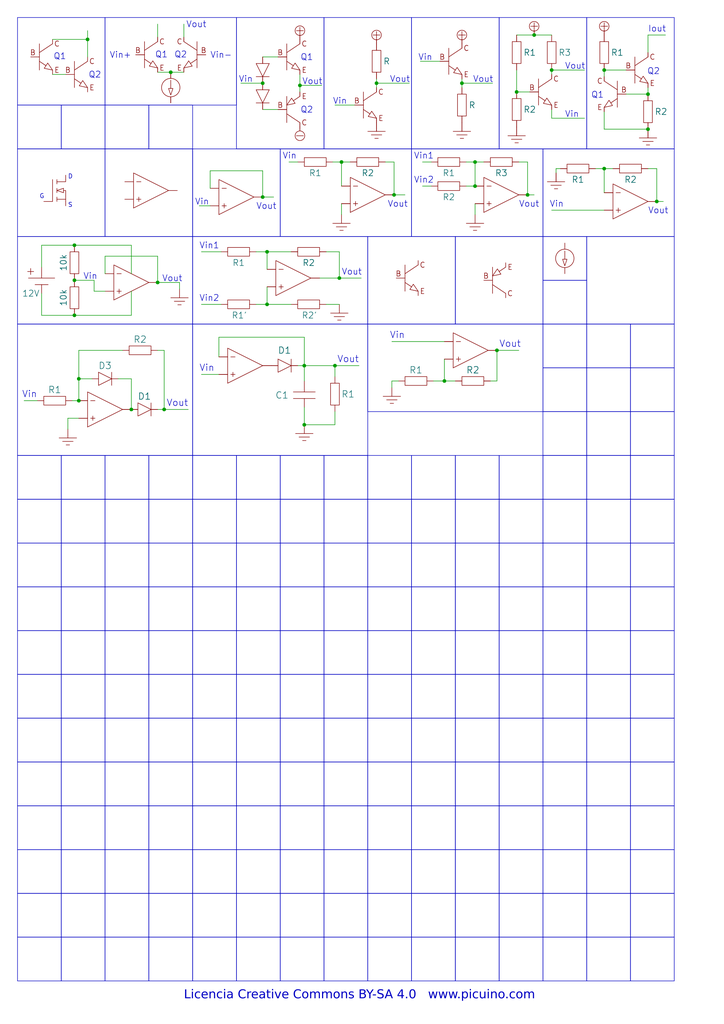
<source format=kicad_sch>
(kicad_sch (version 20231120) (generator "eeschema") (generator_version "8.0")
  (paper "A4" portrait)
  (title_block (title "Esquemas electrónicos.") (date "12/10/2023") (company "www.picuino.com") (comment 1 "Copyright (c) 2023 by Carlos Pardo Martín") (comment 2 "License Creative Commons BY-SA 4.0"))
  (lib_symbols
    (symbol "Vcc_1" (pin_names (offset 1.016))
      (symbol "Vcc_1_0_1"
        (polyline (pts (xy -1.016 2.54) (xy 1.016 2.54)))
        (polyline (pts (xy 0 3.556) (xy 0 1.524)))
        (circle (center 0 1.27) (radius 0.0001))
        (circle (center 0 2.54) (radius 1.397))
      )
      (symbol "Vcc_1_1_1"
        (pin power_out line (at 0 0 90) (length 1.143) (name "") (number ""))
      )
    )
    (symbol "simbolos-electricos:MOSFET_N" (pin_names (offset 1.016))
      (property "Reference" "Q" (at 6.985 3.81 0))
      (symbol "MOSFET_N_0_1"
        (polyline (pts (xy 2.54 6.35) (xy 2.54 0)))
        (polyline (pts (xy 3.81 0) (xy 3.81 1.27)))
        (polyline (pts (xy 3.81 2.54) (xy 3.81 3.81)))
        (polyline (pts (xy 3.81 5.08) (xy 3.81 6.35)))
        (polyline (pts (xy 5.715 3.175) (xy 6.35 3.175) (xy 6.35 0.635)))
        (polyline (pts (xy 6.35 0) (xy 6.35 0.635) (xy 3.81 0.635)))
        (polyline (pts (xy 6.35 6.35) (xy 6.35 5.715) (xy 3.81 5.715)))
        (polyline (pts (xy 5.715 3.81) (xy 3.81 3.175) (xy 5.715 2.54) (xy 5.715 3.81)))
      )
      (symbol "MOSFET_N_1_1"
        (pin input line (at 0 0 0) (length 2.54) (name "") (number ""))
        (pin input line (at 6.35 -1.27 90) (length 1.27) (name "") (number ""))
        (pin input line (at 6.35 7.62 270) (length 1.27) (name "") (number ""))
      )
    )
    (symbol "simbolos-electricos:OA" (pin_names (offset 1.016))
      (symbol "OA_0_1"
        (polyline (pts (xy 0.889 -2.54) (xy 2.159 -2.54)))
        (polyline (pts (xy 0.889 2.54) (xy 2.159 2.54)))
        (polyline (pts (xy 1.524 3.175) (xy 1.524 1.905)))
        (polyline (pts (xy 0 5.08) (xy 0 -5.08) (xy 10.16 0) (xy 0 5.08)))
      )
      (symbol "OA_1_1"
        (pin input line (at -2.54 -2.54 0) (length 2.54) (name "") (number ""))
        (pin input line (at -2.54 2.54 0) (length 2.54) (name "") (number ""))
        (pin output line (at 12.7 0 180) (length 2.54) (name "") (number ""))
      )
    )
    (symbol "simbolos-electricos:Pila" (pin_names (offset 1.016))
      (property "Reference" "V" (at 5.08 -4.445 0))
      (symbol "Pila_0_1"
        (polyline (pts (xy -4.064 -1.27) (xy -2.286 -1.27)))
        (polyline (pts (xy -3.81 -3.175) (xy 3.81 -3.175)))
        (polyline (pts (xy -3.175 -0.381) (xy -3.175 -2.159)))
        (polyline (pts (xy -1.905 -5.08) (xy 1.905 -5.08)))
      )
      (symbol "Pila_1_1"
        (pin input line (at 0 -7.62 90) (length 2.54) (name "") (number ""))
        (pin input line (at 0 0 270) (length 3.175) (name "") (number ""))
      )
    )
    (symbol "simbolos-electricos:Vee" (pin_names (offset 1.016))
      (symbol "Vee_0_1"
        (circle (center 0 -2.54) (radius 1.397))
        (polyline (pts (xy 1.016 -2.54) (xy -1.016 -2.54)))
      )
      (symbol "Vee_1_1"
        (pin power_out line (at 0 0 270) (length 1.143) (name "") (number ""))
      )
    )
    (symbol "simbolos-electricos:condensador" (pin_names (offset 1.016))
      (property "Reference" "C" (at 3.81 -4.445 0))
      (symbol "condensador_0_1"
        (polyline (pts (xy -3.175 -3.175) (xy 3.175 -3.175)))
        (polyline (pts (xy 3.175 -5.08) (xy -3.175 -5.08)))
      )
      (symbol "condensador_1_1"
        (pin input line (at 0 -7.62 90) (length 2.54) (name "") (number ""))
        (pin input line (at 0 0 270) (length 3.175) (name "") (number ""))
      )
    )
    (symbol "simbolos-electricos:diodo" (pin_names (offset 1.016))
      (property "Reference" "D" (at 2.54 -3.81 0))
      (symbol "diodo_0_1"
        (polyline (pts (xy 1.905 -5.715) (xy -1.905 -5.715)))
        (polyline (pts (xy 1.905 -1.905) (xy -1.905 -1.905) (xy 0 -5.715) (xy 1.905 -1.905)))
      )
      (symbol "diodo_1_1"
        (pin input line (at 0 -7.62 90) (length 1.905) (name "") (number ""))
        (pin input line (at 0 0 270) (length 1.905) (name "") (number ""))
      )
    )
    (symbol "simbolos-electricos:fuente_de_corriente" (pin_names (offset 1.016))
      (symbol "fuente_de_corriente_0_1"
        (circle (center 0 -4.445) (radius 2.667))
        (polyline (pts (xy 0 -6.604) (xy 0 -4.191) (xy -0.635 -4.191) (xy 0 -2.286) (xy 0.635 -4.191) (xy 0 -4.191)))
      )
      (symbol "fuente_de_corriente_1_1"
        (pin input line (at 0 -8.89 90) (length 1.778) (name "") (number ""))
        (pin input line (at 0 0 270) (length 1.778) (name "") (number ""))
      )
    )
    (symbol "simbolos-electricos:resistencia" (pin_names (offset 1.016))
      (property "Reference" "R" (at 1.905 -5.08 0))
      (symbol "resistencia_0_1"
        (rectangle (start -1.27 -1.905) (end 1.27 -8.255))
      )
      (symbol "resistencia_1_1"
        (pin input line (at 0 -10.16 90) (length 1.905) (name "") (number ""))
        (pin input line (at 0 0 270) (length 1.905) (name "") (number ""))
      )
    )
    (symbol "simbolos-electricos:tierra" (pin_names (offset 1.016))
      (symbol "tierra_0_1"
        (polyline (pts (xy -2.54 -2.54) (xy 2.54 -2.54)))
        (polyline (pts (xy -1.524 -3.556) (xy 1.524 -3.556)))
        (polyline (pts (xy 0.508 -4.572) (xy -0.508 -4.572)))
      )
      (symbol "tierra_1_1"
        (pin input line (at 0 0 270) (length 2.54) (name "") (number ""))
      )
    )
    (symbol "simbolos-electronicos:NPN" (pin_names (offset 1.016))
      (property "Reference" "Q" (at 6.985 -5.08 0))
      (symbol "NPN_0_0"
        (polyline (pts (xy 4.445 -7.62) (xy 2.54 -6.35)))
        (text "C" (at 7.62 -1.27 0) (effects (font (size 1.524 1.524))))
        (text "E" (at 7.62 -8.89 0) (effects (font (size 1.524 1.524))))
      )
      (symbol "NPN_0_1"
        (polyline (pts (xy 2.54 -3.81) (xy 6.35 -1.27)))
        (polyline (pts (xy 2.54 -1.27) (xy 2.54 -8.89)))
        (polyline (pts (xy 4.953 -6.858) (xy 3.937 -8.382) (xy 6.35 -8.89) (xy 4.953 -6.858)))
      )
      (symbol "NPN_1_0"
        (text "B" (at 0.635 -3.81 0) (effects (font (size 1.524 1.524))))
      )
      (symbol "NPN_1_1"
        (pin input line (at 0 -5.08 0) (length 2.54) (name "") (number ""))
        (pin input line (at 6.35 -10.16 90) (length 1.27) (name "") (number ""))
        (pin input line (at 6.35 0 270) (length 1.27) (name "") (number ""))
      )
    )
    (symbol "simbolos-electronicos:PNP" (pin_names (offset 1.016))
      (property "Reference" "Q" (at 6.985 -5.08 0))
      (symbol "PNP_0_0"
        (polyline (pts (xy 4.445 -2.54) (xy 6.35 -1.27)))
        (text "B" (at 0.635 -3.81 0) (effects (font (size 1.524 1.524))))
        (text "C" (at 7.62 -8.89 0) (effects (font (size 1.524 1.524))))
        (text "E" (at 7.62 -1.27 0) (effects (font (size 1.524 1.524))))
      )
      (symbol "PNP_0_1"
        (polyline (pts (xy 2.54 -1.27) (xy 2.54 -8.89)))
        (polyline (pts (xy 6.35 -8.89) (xy 2.54 -6.35)))
        (polyline (pts (xy 4.953 -3.302) (xy 3.937 -1.778) (xy 2.54 -3.81) (xy 4.953 -3.302)))
      )
      (symbol "PNP_1_1"
        (pin input line (at 0 -5.08 0) (length 2.54) (name "") (number ""))
        (pin input line (at 6.35 -10.16 90) (length 1.27) (name "") (number ""))
        (pin input line (at 6.35 0 270) (length 1.27) (name "") (number ""))
      )
    )
  )
  (junction (at 187.96 27.305))
  (junction (at 98.425 80.645))
  (junction (at 22.86 116.205))
  (junction (at 21.59 71.12))
  (junction (at 153.035 56.515))
  (junction (at 187.96 37.465))
  (junction (at 88.265 123.19))
  (junction (at 86.995 24.765))
  (junction (at 144.145 101.6))
  (junction (at 149.86 26.67))
  (junction (at 160.02 20.32))
  (junction (at 45.72 81.915))
  (junction (at 77.47 73.025))
  (junction (at 25.4 11.43))
  (junction (at 133.985 24.13))
  (junction (at 88.265 106.045))
  (junction (at 114.3 56.515))
  (junction (at 137.795 53.975))
  (junction (at 77.47 88.265))
  (junction (at 99.06 46.99))
  (junction (at 21.59 91.44))
  (junction (at 38.1 118.745))
  (junction (at 175.26 20.32))
  (junction (at 109.22 24.13))
  (junction (at 76.2 57.15))
  (junction (at 154.94 10.16))
  (junction (at 97.155 106.045))
  (junction (at 49.53 20.955))
  (junction (at 175.26 48.895))
  (junction (at 47.625 118.745))
  (junction (at 128.905 110.49))
  (junction (at 22.86 109.855))
  (junction (at 190.5 58.42))
  (junction (at 21.59 81.28))
  (junction (at 137.795 46.99))
  (junction (at 76.2 24.13))
  (wire (pts (xy 99.06 46.99) (xy 101.6 46.99)))
  (wire (pts (xy 137.795 46.99) (xy 140.335 46.99)))
  (wire (pts (xy 77.47 73.025) (xy 84.455 73.025)))
  (wire (pts (xy 45.72 118.745) (xy 47.625 118.745)))
  (wire (pts (xy 77.47 88.265) (xy 84.455 88.265)))
  (wire (pts (xy 45.72 101.6) (xy 47.625 101.6)))
  (wire (pts (xy 86.995 24.765) (xy 93.345 24.765)))
  (wire (pts (xy 25.4 11.43) (xy 15.24 11.43)))
  (wire (pts (xy 149.86 26.67) (xy 153.67 26.67)))
  (wire (pts (xy 98.425 80.645) (xy 104.775 80.645)))
  (wire (pts (xy 38.1 118.745) (xy 38.1 109.855)))
  (wire (pts (xy 144.145 110.49) (xy 144.145 101.6)))
  (wire (pts (xy 47.625 101.6) (xy 47.625 118.745)))
  (wire (pts (xy 76.2 57.15) (xy 79.375 57.15)))
  (wire (pts (xy 38.1 84.455) (xy 38.1 91.44)))
  (wire (pts (xy 109.22 22.86) (xy 109.22 24.13)))
  (wire (pts (xy 149.86 10.16) (xy 154.94 10.16)))
  (wire (pts (xy 160.02 34.29) (xy 169.545 34.29)))
  (wire (pts (xy 161.29 48.895) (xy 162.56 48.895)))
  (wire (pts (xy 12.065 77.47) (xy 12.065 71.12)))
  (wire (pts (xy 135.255 46.99) (xy 137.795 46.99)))
  (wire (pts (xy 149.86 20.32) (xy 149.86 26.67)))
  (wire (pts (xy 109.22 24.13) (xy 109.22 25.4)))
  (wire (pts (xy 109.22 24.13) (xy 118.745 24.13)))
  (wire (pts (xy 111.76 46.99) (xy 114.3 46.99)))
  (wire (pts (xy 38.1 109.855) (xy 34.29 109.855)))
  (wire (pts (xy 153.035 46.99) (xy 153.035 56.515)))
  (wire (pts (xy 88.265 118.11) (xy 88.265 123.19)))
  (wire (pts (xy 97.155 119.38) (xy 97.155 123.19)))
  (wire (pts (xy 160.02 20.32) (xy 160.02 21.59)))
  (wire (pts (xy 113.665 112.395) (xy 113.665 110.49)))
  (wire (pts (xy 45.72 81.915) (xy 45.72 74.295)))
  (wire (pts (xy 77.47 78.105) (xy 77.47 73.025)))
  (wire (pts (xy 128.905 110.49) (xy 128.905 104.14)))
  (wire (pts (xy 38.1 71.12) (xy 21.59 71.12)))
  (wire (pts (xy 22.86 121.285) (xy 19.685 121.285)))
  (wire (pts (xy 125.73 110.49) (xy 128.905 110.49)))
  (wire (pts (xy 133.985 22.86) (xy 133.985 24.13)))
  (wire (pts (xy 144.145 101.6) (xy 150.495 101.6)))
  (wire (pts (xy 175.26 37.465) (xy 187.96 37.465)))
  (wire (pts (xy 99.06 46.99) (xy 99.06 53.975)))
  (wire (pts (xy 45.72 74.295) (xy 30.48 74.295)))
  (wire (pts (xy 21.59 81.28) (xy 27.305 81.28)))
  (wire (pts (xy 137.795 59.055) (xy 137.795 62.23)))
  (wire (pts (xy 142.24 110.49) (xy 144.145 110.49)))
  (wire (pts (xy 60.96 49.53) (xy 60.96 54.61)))
  (wire (pts (xy 94.615 88.265) (xy 98.425 88.265)))
  (wire (pts (xy 27.305 81.28) (xy 27.305 84.455)))
  (wire (pts (xy 113.665 99.06) (xy 128.905 99.06)))
  (wire (pts (xy 97.155 30.48) (xy 102.87 30.48)))
  (wire (pts (xy 22.86 101.6) (xy 35.56 101.6)))
  (wire (pts (xy 190.5 48.895) (xy 190.5 58.42)))
  (wire (pts (xy 58.42 73.025) (xy 64.135 73.025)))
  (wire (pts (xy 30.48 74.295) (xy 30.48 79.375)))
  (wire (pts (xy 22.86 109.855) (xy 26.67 109.855)))
  (wire (pts (xy 77.47 73.025) (xy 74.295 73.025)))
  (wire (pts (xy 38.1 79.375) (xy 38.1 71.12)))
  (wire (pts (xy 53.34 6.985) (xy 53.34 10.795)))
  (wire (pts (xy 88.265 106.045) (xy 88.265 110.49)))
  (wire (pts (xy 175.26 20.32) (xy 175.26 22.225)))
  (wire (pts (xy 154.94 10.16) (xy 160.02 10.16)))
  (wire (pts (xy 45.72 81.915) (xy 52.07 81.915)))
  (wire (pts (xy 187.96 48.895) (xy 190.5 48.895)))
  (wire (pts (xy 49.53 20.955) (xy 45.72 20.955)))
  (wire (pts (xy 25.4 16.51) (xy 25.4 11.43)))
  (wire (pts (xy 6.985 116.205) (xy 10.795 116.205)))
  (wire (pts (xy 122.555 53.975) (xy 125.095 53.975)))
  (wire (pts (xy 52.07 81.915) (xy 52.07 83.82)))
  (wire (pts (xy 12.065 71.12) (xy 21.59 71.12)))
  (wire (pts (xy 88.265 106.045) (xy 88.265 97.79)))
  (wire (pts (xy 121.92 17.78) (xy 127.635 17.78)))
  (wire (pts (xy 160.02 20.32) (xy 169.545 20.32)))
  (wire (pts (xy 69.85 24.13) (xy 76.2 24.13)))
  (wire (pts (xy 12.065 91.44) (xy 21.59 91.44)))
  (wire (pts (xy 175.26 48.895) (xy 175.26 55.88)))
  (wire (pts (xy 172.72 48.895) (xy 175.26 48.895)))
  (wire (pts (xy 114.3 56.515) (xy 117.475 56.515)))
  (wire (pts (xy 86.36 106.045) (xy 88.265 106.045)))
  (wire (pts (xy 20.955 116.205) (xy 22.86 116.205)))
  (wire (pts (xy 161.29 48.895) (xy 161.29 50.165)))
  (wire (pts (xy 135.255 53.975) (xy 137.795 53.975)))
  (wire (pts (xy 97.155 123.19) (xy 88.265 123.19)))
  (wire (pts (xy 15.24 21.59) (xy 19.05 21.59)))
  (wire (pts (xy 77.47 88.265) (xy 77.47 83.185)))
  (wire (pts (xy 53.34 20.955) (xy 49.53 20.955)))
  (wire (pts (xy 58.42 88.265) (xy 64.135 88.265)))
  (wire (pts (xy 137.795 46.99) (xy 137.795 53.975)))
  (wire (pts (xy 94.615 73.025) (xy 98.425 73.025)))
  (wire (pts (xy 76.2 57.15) (xy 76.2 49.53)))
  (wire (pts (xy 113.665 110.49) (xy 115.57 110.49)))
  (wire (pts (xy 175.26 32.385) (xy 175.26 37.465)))
  (wire (pts (xy 88.265 97.79) (xy 63.5 97.79)))
  (wire (pts (xy 132.08 110.49) (xy 128.905 110.49)))
  (wire (pts (xy 58.42 108.585) (xy 63.5 108.585)))
  (wire (pts (xy 57.785 59.69) (xy 60.96 59.69)))
  (wire (pts (xy 98.425 80.645) (xy 98.425 73.025)))
  (wire (pts (xy 153.035 56.515) (xy 154.94 56.515)))
  (wire (pts (xy 97.155 106.045) (xy 104.14 106.045)))
  (wire (pts (xy 83.82 46.99) (xy 86.36 46.99)))
  (wire (pts (xy 160.02 31.75) (xy 160.02 34.29)))
  (wire (pts (xy 19.685 121.285) (xy 19.685 124.46)))
  (wire (pts (xy 27.305 84.455) (xy 30.48 84.455)))
  (wire (pts (xy 76.2 49.53) (xy 60.96 49.53)))
  (wire (pts (xy 76.2 16.51) (xy 80.645 16.51)))
  (wire (pts (xy 76.2 31.75) (xy 80.645 31.75)))
  (wire (pts (xy 175.26 20.32) (xy 181.61 20.32)))
  (wire (pts (xy 187.96 25.4) (xy 187.96 27.305)))
  (wire (pts (xy 150.495 46.99) (xy 153.035 46.99)))
  (wire (pts (xy 133.985 24.13) (xy 142.875 24.13)))
  (wire (pts (xy 187.96 15.24) (xy 187.96 10.16)))
  (wire (pts (xy 74.295 88.265) (xy 77.47 88.265)))
  (wire (pts (xy 47.625 118.745) (xy 54.61 118.745)))
  (wire (pts (xy 63.5 97.79) (xy 63.5 103.505)))
  (wire (pts (xy 12.065 85.09) (xy 12.065 91.44)))
  (wire (pts (xy 86.995 21.59) (xy 86.995 24.765)))
  (wire (pts (xy 45.72 6.985) (xy 45.72 10.795)))
  (wire (pts (xy 99.06 59.055) (xy 99.06 62.23)))
  (wire (pts (xy 190.5 58.42) (xy 192.405 58.42)))
  (wire (pts (xy 122.555 46.99) (xy 125.095 46.99)))
  (wire (pts (xy 160.02 60.96) (xy 175.26 60.96)))
  (wire (pts (xy 92.71 80.645) (xy 98.425 80.645)))
  (wire (pts (xy 25.4 8.89) (xy 25.4 11.43)))
  (wire (pts (xy 97.155 106.045) (xy 97.155 109.22)))
  (wire (pts (xy 175.26 48.895) (xy 177.8 48.895)))
  (wire (pts (xy 88.265 106.045) (xy 97.155 106.045)))
  (wire (pts (xy 86.995 24.765) (xy 86.995 26.67)))
  (wire (pts (xy 187.96 10.16) (xy 193.04 10.16)))
  (wire (pts (xy 22.86 109.855) (xy 22.86 116.205)))
  (wire (pts (xy 96.52 46.99) (xy 99.06 46.99)))
  (wire (pts (xy 114.3 46.99) (xy 114.3 56.515)))
  (wire (pts (xy 181.61 27.305) (xy 187.96 27.305)))
  (wire (pts (xy 21.59 91.44) (xy 38.1 91.44)))
  (wire (pts (xy 133.985 24.13) (xy 133.985 25.4)))
  (wire (pts (xy 22.86 109.855) (xy 22.86 101.6)))
  (rectangle (start 157.48 106.68) (end 170.18 119.38))
  (rectangle (start 144.78 5.08) (end 170.18 43.18))
  (rectangle (start 5.08 132.08) (end 17.78 144.78))
  (rectangle (start 170.18 233.68) (end 182.88 246.38))
  (rectangle (start 132.08 170.18) (end 144.78 182.88))
  (rectangle (start 81.28 170.18) (end 93.98 182.88))
  (rectangle (start 68.58 5.08) (end 93.98 43.18))
  (rectangle (start 182.88 144.78) (end 195.58 157.48))
  (rectangle (start 68.58 182.88) (end 81.28 195.58))
  (rectangle (start 182.88 182.88) (end 195.58 195.58))
  (rectangle (start 144.78 233.68) (end 157.48 246.38))
  (rectangle (start 43.18 132.08) (end 55.88 144.78))
  (rectangle (start 170.18 106.68) (end 182.88 119.38))
  (rectangle (start 55.88 68.58) (end 106.68 93.98))
  (rectangle (start 157.48 195.58) (end 170.18 208.28))
  (rectangle (start 170.18 132.08) (end 182.88 144.78))
  (rectangle (start 43.18 170.18) (end 55.88 182.88))
  (rectangle (start 55.88 182.88) (end 68.58 195.58))
  (rectangle (start 119.38 271.78) (end 132.08 284.48))
  (rectangle (start 119.38 43.18) (end 157.48 68.58))
  (rectangle (start 119.38 157.48) (end 132.08 170.18))
  (rectangle (start 106.68 259.08) (end 119.38 271.78))
  (rectangle (start 81.28 182.88) (end 93.98 195.58))
  (rectangle (start 157.48 182.88) (end 170.18 195.58))
  (rectangle (start 5.08 93.98) (end 55.88 132.08))
  (rectangle (start 43.18 259.08) (end 55.88 271.78))
  (rectangle (start 106.68 233.68) (end 119.38 246.38))
  (rectangle (start 132.08 182.88) (end 144.78 195.58))
  (rectangle (start 93.98 144.78) (end 106.68 157.48))
  (rectangle (start 68.58 233.68) (end 81.28 246.38))
  (rectangle (start 68.58 246.38) (end 81.28 259.08))
  (rectangle (start 132.08 68.58) (end 157.48 93.98))
  (rectangle (start 157.48 68.58) (end 170.18 81.28))
  (rectangle (start 132.08 195.58) (end 144.78 208.28))
  (rectangle (start 157.48 208.28) (end 170.18 220.98))
  (rectangle (start 68.58 157.48) (end 81.28 170.18))
  (rectangle (start 106.68 157.48) (end 119.38 170.18))
  (rectangle (start 182.88 170.18) (end 195.58 182.88))
  (rectangle (start 68.58 259.08) (end 81.28 271.78))
  (rectangle (start 81.28 246.38) (end 93.98 259.08))
  (rectangle (start 157.48 220.98) (end 170.18 233.68))
  (rectangle (start 68.58 271.78) (end 81.28 284.48))
  (rectangle (start 106.68 132.08) (end 119.38 144.78))
  (rectangle (start 55.88 132.08) (end 68.58 144.78))
  (rectangle (start 119.38 233.68) (end 132.08 246.38))
  (rectangle (start 30.48 132.08) (end 43.18 144.78))
  (rectangle (start 132.08 233.68) (end 144.78 246.38))
  (rectangle (start 170.18 157.48) (end 182.88 170.18))
  (rectangle (start 55.88 170.18) (end 68.58 182.88))
  (rectangle (start 81.28 132.08) (end 93.98 144.78))
  (rectangle (start 119.38 5.08) (end 144.78 43.18))
  (rectangle (start 157.48 93.98) (end 170.18 106.68))
  (rectangle (start 81.28 220.98) (end 93.98 233.68))
  (rectangle (start 132.08 144.78) (end 144.78 157.48))
  (rectangle (start 144.78 246.38) (end 157.48 259.08))
  (rectangle (start 106.68 93.98) (end 157.48 119.38))
  (rectangle (start 81.28 144.78) (end 93.98 157.48))
  (rectangle (start 5.08 233.68) (end 17.78 246.38))
  (rectangle (start 132.08 220.98) (end 144.78 233.68))
  (rectangle (start 170.18 259.08) (end 182.88 271.78))
  (rectangle (start 144.78 182.88) (end 157.48 195.58))
  (rectangle (start 144.78 170.18) (end 157.48 182.88))
  (rectangle (start 5.08 182.88) (end 17.78 195.58))
  (rectangle (start 55.88 271.78) (end 68.58 284.48))
  (rectangle (start 170.18 144.78) (end 182.88 157.48))
  (rectangle (start 5.08 259.08) (end 17.78 271.78))
  (rectangle (start 68.58 220.98) (end 81.28 233.68))
  (rectangle (start 30.48 144.78) (end 43.18 157.48))
  (rectangle (start 5.08 144.78) (end 17.78 157.48))
  (rectangle (start 5.08 157.48) (end 17.78 170.18))
  (rectangle (start 43.18 233.68) (end 55.88 246.38))
  (rectangle (start 157.48 119.38) (end 170.18 132.08))
  (rectangle (start 93.98 233.68) (end 106.68 246.38))
  (rectangle (start 81.28 259.08) (end 93.98 271.78))
  (rectangle (start 157.48 170.18) (end 170.18 182.88))
  (rectangle (start 68.58 132.08) (end 81.28 144.78))
  (rectangle (start 144.78 208.28) (end 157.48 220.98))
  (rectangle (start 119.38 208.28) (end 132.08 220.98))
  (rectangle (start 182.88 233.68) (end 195.58 246.38))
  (rectangle (start 68.58 144.78) (end 81.28 157.48))
  (rectangle (start 144.78 259.08) (end 157.48 271.78))
  (rectangle (start 81.28 208.28) (end 93.98 220.98))
  (rectangle (start 132.08 208.28) (end 144.78 220.98))
  (rectangle (start 132.08 271.78) (end 144.78 284.48))
  (rectangle (start 30.48 5.08) (end 68.58 30.48))
  (rectangle (start 182.88 246.38) (end 195.58 259.08))
  (rectangle (start 17.78 144.78) (end 30.48 157.48))
  (rectangle (start 55.88 220.98) (end 68.58 233.68))
  (rectangle (start 170.18 246.38) (end 182.88 259.08))
  (rectangle (start 106.68 144.78) (end 119.38 157.48))
  (rectangle (start 157.48 157.48) (end 170.18 170.18))
  (rectangle (start 132.08 259.08) (end 144.78 271.78))
  (rectangle (start 5.08 30.48) (end 17.78 43.18))
  (rectangle (start 30.48 170.18) (end 43.18 182.88))
  (rectangle (start 5.08 271.78) (end 17.78 284.48))
  (rectangle (start 93.98 259.08) (end 106.68 271.78))
  (rectangle (start 30.48 220.98) (end 43.18 233.68))
  (rectangle (start 55.88 157.48) (end 68.58 170.18))
  (rectangle (start 119.38 182.88) (end 132.08 195.58))
  (rectangle (start 55.88 93.98) (end 106.68 132.08))
  (rectangle (start 170.18 182.88) (end 182.88 195.58))
  (rectangle (start 17.78 208.28) (end 30.48 220.98))
  (rectangle (start 170.18 119.38) (end 182.88 132.08))
  (rectangle (start 30.48 43.18) (end 55.88 68.58))
  (rectangle (start 81.28 43.18) (end 119.38 68.58))
  (rectangle (start 17.78 246.38) (end 30.48 259.08))
  (rectangle (start 55.88 259.08) (end 68.58 271.78))
  (rectangle (start 106.68 271.78) (end 119.38 284.48))
  (rectangle (start 132.08 246.38) (end 144.78 259.08))
  (rectangle (start 43.18 182.88) (end 55.88 195.58))
  (rectangle (start 157.48 43.18) (end 195.58 68.58))
  (rectangle (start 144.78 144.78) (end 157.48 157.48))
  (rectangle (start 119.38 259.08) (end 132.08 271.78))
  (rectangle (start 144.78 132.08) (end 157.48 144.78))
  (rectangle (start 106.68 220.98) (end 119.38 233.68))
  (rectangle (start 30.48 195.58) (end 43.18 208.28))
  (rectangle (start 68.58 170.18) (end 81.28 182.88))
  (rectangle (start 170.18 170.18) (end 182.88 182.88))
  (rectangle (start 5.08 5.08) (end 30.48 30.48))
  (rectangle (start 43.18 195.58) (end 55.88 208.28))
  (rectangle (start 55.88 43.18) (end 81.28 68.58))
  (rectangle (start 17.78 233.68) (end 30.48 246.38))
  (rectangle (start 30.48 246.38) (end 43.18 259.08))
  (rectangle (start 5.08 220.98) (end 17.78 233.68))
  (rectangle (start 182.88 119.38) (end 195.58 132.08))
  (rectangle (start 43.18 144.78) (end 55.88 157.48))
  (rectangle (start 43.18 208.28) (end 55.88 220.98))
  (rectangle (start 93.98 182.88) (end 106.68 195.58))
  (rectangle (start 170.18 271.78) (end 182.88 284.48))
  (rectangle (start 5.08 68.58) (end 55.88 93.98))
  (rectangle (start 119.38 170.18) (end 132.08 182.88))
  (rectangle (start 17.78 271.78) (end 30.48 284.48))
  (rectangle (start 157.48 259.08) (end 170.18 271.78))
  (rectangle (start 93.98 132.08) (end 106.68 144.78))
  (rectangle (start 157.48 81.28) (end 170.18 93.98))
  (rectangle (start 17.78 170.18) (end 30.48 182.88))
  (rectangle (start 81.28 233.68) (end 93.98 246.38))
  (rectangle (start 93.98 170.18) (end 106.68 182.88))
  (rectangle (start 106.68 170.18) (end 119.38 182.88))
  (rectangle (start 157.48 233.68) (end 170.18 246.38))
  (rectangle (start 93.98 246.38) (end 106.68 259.08))
  (rectangle (start 17.78 259.08) (end 30.48 271.78))
  (rectangle (start 157.48 246.38) (end 170.18 259.08))
  (rectangle (start 170.18 93.98) (end 182.88 106.68))
  (rectangle (start 182.88 259.08) (end 195.58 271.78))
  (rectangle (start 81.28 157.48) (end 93.98 170.18))
  (rectangle (start 182.88 208.28) (end 195.58 220.98))
  (rectangle (start 182.88 220.98) (end 195.58 233.68))
  (rectangle (start 43.18 271.78) (end 55.88 284.48))
  (rectangle (start 5.08 246.38) (end 17.78 259.08))
  (rectangle (start 132.08 157.48) (end 144.78 170.18))
  (rectangle (start 106.68 195.58) (end 119.38 208.28))
  (rectangle (start 119.38 220.98) (end 132.08 233.68))
  (rectangle (start 144.78 195.58) (end 157.48 208.28))
  (rectangle (start 144.78 157.48) (end 157.48 170.18))
  (rectangle (start 132.08 132.08) (end 144.78 144.78))
  (rectangle (start 170.18 195.58) (end 182.88 208.28))
  (rectangle (start 170.18 5.08) (end 195.58 43.18))
  (rectangle (start 119.38 132.08) (end 132.08 144.78))
  (rectangle (start 30.48 233.68) (end 43.18 246.38))
  (rectangle (start 93.98 195.58) (end 106.68 208.28))
  (rectangle (start 5.08 43.18) (end 30.48 68.58))
  (rectangle (start 81.28 195.58) (end 93.98 208.28))
  (rectangle (start 170.18 220.98) (end 182.88 233.68))
  (rectangle (start 17.78 30.48) (end 30.48 43.18))
  (rectangle (start 43.18 220.98) (end 55.88 233.68))
  (rectangle (start 144.78 220.98) (end 157.48 233.68))
  (rectangle (start 81.28 271.78) (end 93.98 284.48))
  (rectangle (start 93.98 157.48) (end 106.68 170.18))
  (rectangle (start 93.98 208.28) (end 106.68 220.98))
  (rectangle (start 5.08 208.28) (end 17.78 220.98))
  (rectangle (start 119.38 195.58) (end 132.08 208.28))
  (rectangle (start 93.98 271.78) (end 106.68 284.48))
  (rectangle (start 30.48 259.08) (end 43.18 271.78))
  (rectangle (start 55.88 195.58) (end 68.58 208.28))
  (rectangle (start 30.48 271.78) (end 43.18 284.48))
  (rectangle (start 182.88 271.78) (end 195.58 284.48))
  (rectangle (start 17.78 182.88) (end 30.48 195.58))
  (rectangle (start 30.48 157.48) (end 43.18 170.18))
  (rectangle (start 170.18 68.58) (end 195.58 93.98))
  (rectangle (start 182.88 132.08) (end 195.58 144.78))
  (rectangle (start 119.38 144.78) (end 132.08 157.48))
  (rectangle (start 55.88 233.68) (end 68.58 246.38))
  (rectangle (start 157.48 144.78) (end 170.18 157.48))
  (rectangle (start 30.48 182.88) (end 43.18 195.58))
  (rectangle (start 5.08 170.18) (end 17.78 182.88))
  (rectangle (start 68.58 195.58) (end 81.28 208.28))
  (rectangle (start 17.78 132.08) (end 30.48 144.78))
  (rectangle (start 157.48 271.78) (end 170.18 284.48))
  (rectangle (start 43.18 30.48) (end 55.88 43.18))
  (rectangle (start 43.18 246.38) (end 55.88 259.08))
  (rectangle (start 43.18 157.48) (end 55.88 170.18))
  (rectangle (start 182.88 93.98) (end 195.58 106.68))
  (rectangle (start 30.48 208.28) (end 43.18 220.98))
  (rectangle (start 55.88 144.78) (end 68.58 157.48))
  (rectangle (start 106.68 182.88) (end 119.38 195.58))
  (rectangle (start 106.68 208.28) (end 119.38 220.98))
  (rectangle (start 182.88 106.68) (end 195.58 119.38))
  (rectangle (start 106.68 246.38) (end 119.38 259.08))
  (rectangle (start 157.48 132.08) (end 170.18 144.78))
  (rectangle (start 30.48 30.48) (end 43.18 43.18))
  (rectangle (start 17.78 195.58) (end 30.48 208.28))
  (rectangle (start 106.68 68.58) (end 132.08 93.98))
  (rectangle (start 55.88 246.38) (end 68.58 259.08))
  (rectangle (start 182.88 195.58) (end 195.58 208.28))
  (rectangle (start 17.78 157.48) (end 30.48 170.18))
  (rectangle (start 182.88 157.48) (end 195.58 170.18))
  (rectangle (start 93.98 220.98) (end 106.68 233.68))
  (rectangle (start 17.78 220.98) (end 30.48 233.68))
  (rectangle (start 68.58 208.28) (end 81.28 220.98))
  (rectangle (start 119.38 246.38) (end 132.08 259.08))
  (rectangle (start 5.08 195.58) (end 17.78 208.28))
  (rectangle (start 55.88 208.28) (end 68.58 220.98))
  (rectangle (start 144.78 271.78) (end 157.48 284.48))
  (rectangle (start 93.98 5.08) (end 119.38 43.18))
  (rectangle (start 170.18 208.28) (end 182.88 220.98))
  (text "Vin" (at 81.915 46.355 0) (effects (font (size 1.778 1.778)) (justify left bottom)))
  (text "Licencia Creative Commons BY-SA 4.0   www.picuino.com" (at 53.34 290.83 0) (effects (font (size 2.54 2.54)) (justify left bottom)))
  (text "Vin+" (at 31.75 17.145 0) (effects (font (size 1.778 1.778)) (justify left bottom)))
  (text "Q2\n" (at 87.122 33.02 0) (effects (font (size 1.778 1.778)) (justify left bottom)))
  (text "Vin" (at 6.35 115.57 0) (effects (font (size 1.905 1.905)) (justify left bottom)))
  (text "Vin" (at 56.515 59.69 0) (effects (font (size 1.778 1.778)) (justify left bottom)))
  (text "Q2\n" (at 50.546 17.018 0) (effects (font (size 1.778 1.778)) (justify left bottom)))
  (text "Vin2" (at 57.785 87.63 0) (effects (font (size 1.778 1.778)) (justify left bottom)))
  (text "Vin" (at 57.785 107.95 0) (effects (font (size 1.905 1.905)) (justify left bottom)))
  (text "Vout" (at 74.295 60.96 0) (effects (font (size 1.778 1.778)) (justify left bottom)))
  (text "Vin1" (at 120.015 46.355 0) (effects (font (size 1.778 1.778)) (justify left bottom)))
  (text "Vout" (at 144.78 100.965 0) (effects (font (size 1.905 1.905)) (justify left bottom)))
  (text "Iout" (at 187.96 9.525 0) (effects (font (size 1.778 1.778)) (justify left bottom)))
  (text "Vout" (at 97.79 105.41 0) (effects (font (size 1.905 1.905)) (justify left bottom)))
  (text "Vout" (at 112.395 60.325 0) (effects (font (size 1.778 1.778)) (justify left bottom)))
  (text "Vin" (at 96.52 30.48 0) (effects (font (size 1.778 1.778)) (justify left bottom)))
  (text "Vout" (at 150.495 60.325 0) (effects (font (size 1.778 1.778)) (justify left bottom)))
  (text "Vout" (at 53.975 8.255 0) (effects (font (size 1.778 1.778)) (justify left bottom)))
  (text "Q1" (at 171.45 28.702 0) (effects (font (size 1.778 1.778)) (justify left bottom)))
  (text "Vin" (at 69.215 24.13 0) (effects (font (size 1.778 1.778)) (justify left bottom)))
  (text "Vout" (at 137.16 24.13 0) (effects (font (size 1.778 1.778)) (justify left bottom)))
  (text "Vin" (at 24.13 81.28 0) (effects (font (size 1.778 1.778)) (justify left bottom)))
  (text "Q1" (at 15.494 17.526 0) (effects (font (size 1.778 1.778)) (justify left bottom)))
  (text "Vout" (at 187.96 62.23 0) (effects (font (size 1.778 1.778)) (justify left bottom)))
  (text "Q2\n" (at 25.654 22.86 0) (effects (font (size 1.778 1.778)) (justify left bottom)))
  (text "Vout" (at 99.06 80.01 0) (effects (font (size 1.778 1.778)) (justify left bottom)))
  (text "Q1" (at 44.958 17.018 0) (effects (font (size 1.778 1.778)) (justify left bottom)))
  (text "Vin" (at 163.83 34.29 0) (effects (font (size 1.778 1.778)) (justify left bottom)))
  (text "Vin" (at 113.03 98.425 0) (effects (font (size 1.905 1.905)) (justify left bottom)))
  (text "Q1" (at 87.122 17.78 0) (effects (font (size 1.778 1.778)) (justify left bottom)))
  (text "Vin-" (at 60.96 17.145 0) (effects (font (size 1.778 1.778)) (justify left bottom)))
  (text "Vin" (at 159.385 60.325 0) (effects (font (size 1.778 1.778)) (justify left bottom)))
  (text "Vout" (at 87.63 24.765 0) (effects (font (size 1.778 1.778)) (justify left bottom)))
  (text "Vout" (at 163.83 20.32 0) (effects (font (size 1.778 1.778)) (justify left bottom)))
  (text "G" (at 11.43 57.785 0) (effects (font (size 1.27 1.27)) (justify left bottom)))
  (text "Vin2" (at 120.015 53.34 0) (effects (font (size 1.778 1.778)) (justify left bottom)))
  (text "S" (at 19.685 60.325 0) (effects (font (size 1.27 1.27)) (justify left bottom)))
  (text "Vout" (at 48.26 118.11 0) (effects (font (size 1.905 1.905)) (justify left bottom)))
  (text "Vin" (at 121.285 17.78 0) (effects (font (size 1.778 1.778)) (justify left bottom)))
  (text "D" (at 19.685 52.07 0) (effects (font (size 1.27 1.27)) (justify left bottom)))
  (text "Vout" (at 113.03 24.13 0) (effects (font (size 1.778 1.778)) (justify left bottom)))
  (text "Q2\n" (at 187.706 21.844 0) (effects (font (size 1.778 1.778)) (justify left bottom)))
  (text "Vin1" (at 57.785 72.39 0) (effects (font (size 1.778 1.778)) (justify left bottom)))
  (text "Vout" (at 46.99 81.915 0) (effects (font (size 1.778 1.778)) (justify left bottom)))
  (symbol (lib_id "simbolos-electricos:diodo") (at 38.1 118.745 90) (unit 1)
    (property "Reference" "D1" (at 41.91 114.935 90) (effects (font (size 1.905 1.905))))
    (property "Value" "diodo" (effects (hide yes)))
  )
  (symbol (lib_id "simbolos-electricos:resistencia") (at 160.02 10.16 0) (unit 1)
    (property "Reference" "R3" (at 161.925 15.24 0) (effects (font (size 1.778 1.778)) (justify left)))
    (property "Value" "resistencia" (effects (hide yes)))
  )
  (symbol (lib_id "simbolos-electricos:resistencia") (at 162.56 48.895 90) (unit 1)
    (property "Reference" "R1" (at 169.545 52.07 90) (effects (font (size 1.778 1.778)) (justify left)))
    (property "Value" "resistencia" (effects (hide yes)))
  )
  (symbol (lib_id "simbolos-electronicos:NPN") (at 153.67 21.59 0) (unit 1)
    (property "Reference" "Q9" (effects (hide yes)))
    (property "Value" "NPN" (effects (hide yes)))
    (property "Campo4" "NPN" (effects (hide yes)))
  )
  (symbol (lib_id "simbolos-electricos:tierra") (at 149.86 36.83 0) (unit 1)
    (property "Reference" "V4" (effects (hide yes)))
    (property "Value" "tierra" (effects (hide yes)))
  )
  (symbol (lib_id "simbolos-electronicos:PNP") (at 80.645 26.67 0) (unit 1)
    (property "Reference" "Q6" (effects (hide yes)))
    (property "Value" "PNP" (effects (hide yes)))
  )
  (symbol (lib_id "simbolos-electricos:OA") (at 25.4 118.745 0) (mirror x) (unit 1)
    (property "Reference" "U8" (effects (hide yes)))
    (property "Value" "OA" (effects (hide yes)))
  )
  (symbol (lib_id "simbolos-electricos:resistencia") (at 125.73 110.49 270) (unit 1)
    (property "Reference" "R1" (at 120.65 107.315 90) (effects (font (size 1.905 1.905))))
    (property "Value" "resistencia" (effects (hide yes)))
  )
  (symbol (lib_id "simbolos-electricos:fuente_de_corriente") (at 163.83 79.375 180) (unit 1)
    (property "Reference" "I2" (effects (hide yes)))
    (property "Value" "fuente de corriente" (effects (hide yes)))
  )
  (symbol (lib_id "simbolos-electricos:OA") (at 101.6 56.515 0) (mirror x) (unit 1)
    (property "Reference" "U3" (effects (hide yes)))
    (property "Value" "OA" (effects (hide yes)))
  )
  (symbol (lib_id "simbolos-electricos:fuente_de_corriente") (at 49.53 29.845 180) (unit 1)
    (property "Reference" "I1" (effects (hide yes)))
    (property "Value" "fuente de corriente" (effects (hide yes)))
  )
  (symbol (lib_id "simbolos-electricos:tierra") (at 109.22 35.56 0) (unit 1)
    (property "Reference" "V1" (effects (hide yes)))
    (property "Value" "tierra" (effects (hide yes)))
  )
  (symbol (lib_name "Vcc_1") (lib_id "simbolos-electricos:Vcc") (at 86.995 11.43 0) (unit 1)
    (property "Reference" "Vcc" (effects (hide yes)))
    (property "Value" "Alimentación" (effects (hide yes)))
  )
  (symbol (lib_id "simbolos-electricos:resistencia") (at 64.135 73.025 90) (unit 1)
    (property "Reference" "R1" (at 71.12 76.2 90) (effects (font (size 1.778 1.778)) (justify left)))
    (property "Value" "resistencia" (effects (hide yes)))
  )
  (symbol (lib_id "simbolos-electricos:tierra") (at 187.96 37.465 0) (unit 1)
    (property "Reference" "V2" (effects (hide yes)))
    (property "Value" "tierra" (effects (hide yes)))
  )
  (symbol (lib_id "simbolos-electricos:OA") (at 140.335 56.515 0) (mirror x) (unit 1)
    (property "Reference" "U5" (effects (hide yes)))
    (property "Value" "OA" (effects (hide yes)))
  )
  (symbol (lib_id "simbolos-electronicos:NPN") (at 59.69 10.795 0) (mirror y) (unit 1)
    (property "Reference" "Q2" (effects (hide yes)))
    (property "Value" "NPN" (effects (hide yes)))
    (property "Campo4" "NPN" (effects (hide yes)))
  )
  (symbol (lib_id "simbolos-electronicos:PNP") (at 140.335 76.2 0) (unit 1)
    (property "Reference" "Q14" (effects (hide yes)))
    (property "Value" "PNP" (effects (hide yes)))
  )
  (symbol (lib_id "simbolos-electronicos:NPN") (at 181.61 15.24 0) (unit 1)
    (property "Reference" "Q10" (effects (hide yes)))
    (property "Value" "NPN" (effects (hide yes)))
    (property "Campo4" "NPN" (effects (hide yes)))
  )
  (symbol (lib_id "simbolos-electricos:resistencia") (at 10.795 116.205 90) (unit 1)
    (property "Reference" "R1" (at 15.875 113.03 90) (effects (font (size 1.905 1.905))))
    (property "Value" "resistencia" (effects (hide yes)))
  )
  (symbol (lib_id "simbolos-electricos:resistencia") (at 140.335 46.99 90) (unit 1)
    (property "Reference" "R3" (at 147.32 50.165 90) (effects (font (size 1.778 1.778)) (justify left)))
    (property "Value" "resistencia" (effects (hide yes)))
  )
  (symbol (lib_id "simbolos-electricos:diodo") (at 78.74 106.045 90) (unit 1)
    (property "Reference" "D1" (at 82.55 101.6 90) (effects (font (size 1.905 1.905))))
    (property "Value" "diodo" (effects (hide yes)))
  )
  (symbol (lib_id "simbolos-electronicos:NPN") (at 39.37 10.795 0) (unit 1)
    (property "Reference" "Q4" (effects (hide yes)))
    (property "Value" "NPN" (effects (hide yes)))
    (property "Campo4" "NPN" (effects (hide yes)))
  )
  (symbol (lib_id "simbolos-electricos:tierra") (at 113.665 112.395 0) (unit 1)
    (property "Reference" "V13" (effects (hide yes)))
    (property "Value" "tierra" (effects (hide yes)))
  )
  (symbol (lib_id "simbolos-electricos:resistencia") (at 177.8 48.895 90) (unit 1)
    (property "Reference" "R2" (at 184.785 52.07 90) (effects (font (size 1.778 1.778)) (justify left)))
    (property "Value" "resistencia" (effects (hide yes)))
  )
  (symbol (lib_id "simbolos-electricos:resistencia") (at 86.36 46.99 90) (unit 1)
    (property "Reference" "R1" (at 93.345 50.165 90) (effects (font (size 1.778 1.778)) (justify left)))
    (property "Value" "resistencia" (effects (hide yes)))
  )
  (symbol (lib_id "simbolos-electricos:resistencia") (at 101.6 46.99 90) (unit 1)
    (property "Reference" "R2" (at 108.585 50.165 90) (effects (font (size 1.778 1.778)) (justify left)))
    (property "Value" "resistencia" (effects (hide yes)))
  )
  (symbol (lib_name "Vcc_1") (lib_id "simbolos-electricos:Vcc") (at 154.94 10.16 0) (unit 1)
    (property "Reference" "Vcc3" (effects (hide yes)))
    (property "Value" "Alimentación" (effects (hide yes)))
  )
  (symbol (lib_id "simbolos-electricos:resistencia") (at 84.455 88.265 90) (unit 1)
    (property "Reference" "R2'" (at 92.075 91.44 90) (effects (font (size 1.778 1.778)) (justify left)))
    (property "Value" "resistencia" (effects (hide yes)))
  )
  (symbol (lib_id "simbolos-electricos:tierra") (at 133.985 35.56 0) (unit 1)
    (property "Reference" "V3" (effects (hide yes)))
    (property "Value" "tierra" (effects (hide yes)))
  )
  (symbol (lib_id "simbolos-electricos:OA") (at 63.5 57.15 0) (mirror x) (unit 1)
    (property "Reference" "U2" (effects (hide yes)))
    (property "Value" "OA" (effects (hide yes)))
  )
  (symbol (lib_id "simbolos-electricos:resistencia") (at 175.26 10.16 0) (unit 1)
    (property "Reference" "R1" (at 177.165 15.24 0) (effects (font (size 1.778 1.778)) (justify left)))
    (property "Value" "resistencia" (effects (hide yes)))
  )
  (symbol (lib_id "simbolos-electricos:tierra") (at 137.795 62.23 0) (unit 1)
    (property "Reference" "V6" (effects (hide yes)))
    (property "Value" "tierra" (effects (hide yes)))
  )
  (symbol (lib_id "simbolos-electronicos:NPN") (at 102.87 25.4 0) (unit 1)
    (property "Reference" "Q7" (effects (hide yes)))
    (property "Value" "NPN" (effects (hide yes)))
    (property "Campo4" "NPN" (effects (hide yes)))
  )
  (symbol (lib_id "simbolos-electricos:OA") (at 80.01 80.645 0) (mirror x) (unit 1)
    (property "Reference" "U7" (effects (hide yes)))
    (property "Value" "OA" (effects (hide yes)))
  )
  (symbol (lib_id "simbolos-electricos:resistencia") (at 187.96 27.305 0) (unit 1)
    (property "Reference" "R2" (at 189.865 32.385 0) (effects (font (size 1.778 1.778)) (justify left)))
    (property "Value" "resistencia" (effects (hide yes)))
  )
  (symbol (lib_name "Vcc_1") (lib_id "simbolos-electricos:Vcc") (at 175.26 10.16 0) (unit 1)
    (property "Reference" "Vcc4" (effects (hide yes)))
    (property "Value" "Alimentación" (effects (hide yes)))
  )
  (symbol (lib_id "simbolos-electricos:diodo") (at 76.2 16.51 0) (unit 1)
    (property "Reference" "D1" (effects (hide yes)))
    (property "Value" "diodo" (effects (hide yes)))
  )
  (symbol (lib_id "simbolos-electricos:OA") (at 66.04 106.045 0) (mirror x) (unit 1)
    (property "Reference" "U9" (effects (hide yes)))
    (property "Value" "OA" (effects (hide yes)))
  )
  (symbol (lib_id "simbolos-electricos:tierra") (at 52.07 83.82 0) (unit 1)
    (property "Reference" "V9" (effects (hide yes)))
    (property "Value" "tierra" (effects (hide yes)))
  )
  (symbol (lib_id "simbolos-electricos:resistencia") (at 97.155 119.38 180) (unit 1)
    (property "Reference" "R1" (at 100.965 114.3 0) (effects (font (size 1.905 1.905))))
    (property "Value" "resistencia" (effects (hide yes)))
  )
  (symbol (lib_id "simbolos-electricos:MOSFET_N") (at 12.7 58.42 0) (unit 1)
    (property "Reference" "Q11" (effects (hide yes)))
    (property "Value" "MOSFET_N" (effects (hide yes)))
  )
  (symbol (lib_id "simbolos-electronicos:NPN") (at 19.05 16.51 0) (unit 1)
    (property "Reference" "Q3" (effects (hide yes)))
    (property "Value" "NPN" (effects (hide yes)))
    (property "Campo4" "NPN" (effects (hide yes)))
  )
  (symbol (lib_id "simbolos-electricos:resistencia") (at 149.86 10.16 0) (unit 1)
    (property "Reference" "R1" (at 151.765 15.24 0) (effects (font (size 1.778 1.778)) (justify left)))
    (property "Value" "resistencia" (effects (hide yes)))
  )
  (symbol (lib_id "simbolos-electricos:resistencia") (at 64.135 88.265 90) (unit 1)
    (property "Reference" "R1'" (at 71.755 91.44 90) (effects (font (size 1.778 1.778)) (justify left)))
    (property "Value" "resistencia" (effects (hide yes)))
  )
  (symbol (lib_id "simbolos-electricos:OA") (at 38.735 55.245 0) (mirror x) (unit 1)
    (property "Reference" "U1" (effects (hide yes)))
    (property "Value" "OA" (effects (hide yes)))
  )
  (symbol (lib_id "simbolos-electricos:diodo") (at 76.2 24.13 0) (unit 1)
    (property "Reference" "D2" (effects (hide yes)))
    (property "Value" "diodo" (effects (hide yes)))
  )
  (symbol (lib_id "simbolos-electricos:Vee") (at 86.995 36.83 0) (unit 1)
    (property "Reference" "Vee1" (effects (hide yes)))
    (property "Value" "Alimentación" (effects (hide yes)))
  )
  (symbol (lib_id "simbolos-electricos:resistencia") (at 109.22 12.7 0) (unit 1)
    (property "Reference" "R" (at 111.125 17.78 0) (effects (font (size 1.778 1.778)) (justify left)))
    (property "Value" "resistencia" (effects (hide yes)))
  )
  (symbol (lib_id "simbolos-electricos:condensador") (at 88.265 110.49 0) (unit 1)
    (property "Reference" "C1" (at 83.82 114.6175 0) (effects (font (size 1.905 1.905)) (justify right)))
    (property "Value" "condensador" (effects (hide yes)))
  )
  (symbol (lib_id "simbolos-electricos:diodo") (at 26.67 109.855 90) (unit 1)
    (property "Reference" "D3" (at 30.48 106.045 90) (effects (font (size 1.905 1.905))))
    (property "Value" "diodo" (effects (hide yes)))
  )
  (symbol (lib_id "simbolos-electricos:tierra") (at 99.06 62.23 0) (unit 1)
    (property "Reference" "V5" (effects (hide yes)))
    (property "Value" "tierra" (effects (hide yes)))
  )
  (symbol (lib_id "simbolos-electricos:Pila") (at 12.065 77.47 0) (unit 1)
    (property "Reference" "V8" (effects (hide yes)))
    (property "Value" "12V" (at 6.35 85.09 0) (effects (font (size 1.778 1.778)) (justify left)))
  )
  (symbol (lib_id "simbolos-electricos:resistencia") (at 125.095 53.975 90) (unit 1)
    (property "Reference" "R2" (at 132.08 57.15 90) (effects (font (size 1.778 1.778)) (justify left)))
    (property "Value" "resistencia" (effects (hide yes)))
  )
  (symbol (lib_id "simbolos-electricos:OA") (at 177.8 58.42 0) (mirror x) (unit 1)
    (property "Reference" "U4" (effects (hide yes)))
    (property "Value" "OA" (effects (hide yes)))
  )
  (symbol (lib_id "simbolos-electricos:tierra") (at 161.29 50.165 0) (unit 1)
    (property "Reference" "V7" (effects (hide yes)))
    (property "Value" "tierra" (effects (hide yes)))
  )
  (symbol (lib_id "simbolos-electricos:resistencia") (at 84.455 73.025 90) (unit 1)
    (property "Reference" "R2" (at 91.44 76.2 90) (effects (font (size 1.778 1.778)) (justify left)))
    (property "Value" "resistencia" (effects (hide yes)))
  )
  (symbol (lib_id "simbolos-electricos:tierra") (at 98.425 88.265 0) (unit 1)
    (property "Reference" "V10" (effects (hide yes)))
    (property "Value" "tierra" (effects (hide yes)))
  )
  (symbol (lib_id "simbolos-electricos:OA") (at 131.445 101.6 0) (mirror x) (unit 1)
    (property "Reference" "U10" (effects (hide yes)))
    (property "Value" "OA" (effects (hide yes)))
  )
  (symbol (lib_name "Vcc_1") (lib_id "simbolos-electricos:Vcc") (at 109.22 12.7 0) (unit 1)
    (property "Reference" "Vcc1" (effects (hide yes)))
    (property "Value" "Alimentación" (effects (hide yes)))
  )
  (symbol (lib_id "simbolos-electricos:resistencia") (at 125.095 46.99 90) (unit 1)
    (property "Reference" "R1" (at 132.08 50.165 90) (effects (font (size 1.778 1.778)) (justify left)))
    (property "Value" "resistencia" (effects (hide yes)))
  )
  (symbol (lib_id "simbolos-electricos:resistencia") (at 35.56 101.6 90) (unit 1)
    (property "Reference" "R2" (at 40.64 98.425 90) (effects (font (size 1.905 1.905))))
    (property "Value" "resistencia" (effects (hide yes)))
  )
  (symbol (lib_id "simbolos-electronicos:NPN") (at 8.89 11.43 0) (unit 1)
    (property "Reference" "Q1" (effects (hide yes)))
    (property "Value" "NPN" (effects (hide yes)))
    (property "Campo4" "NPN" (effects (hide yes)))
  )
  (symbol (lib_id "simbolos-electronicos:NPN") (at 114.935 75.565 0) (unit 1)
    (property "Reference" "Q13" (effects (hide yes)))
    (property "Value" "NPN" (effects (hide yes)))
    (property "Campo4" "NPN" (effects (hide yes)))
  )
  (symbol (lib_id "simbolos-electricos:tierra") (at 88.265 123.19 0) (unit 1)
    (property "Reference" "V12" (effects (hide yes)))
    (property "Value" "tierra" (effects (hide yes)))
  )
  (symbol (lib_name "Vcc_1") (lib_id "simbolos-electricos:Vcc") (at 133.985 12.7 0) (unit 1)
    (property "Reference" "Vcc2" (effects (hide yes)))
    (property "Value" "Alimentación" (effects (hide yes)))
  )
  (symbol (lib_id "simbolos-electricos:resistencia") (at 21.59 81.28 0) (unit 1)
    (property "Reference" "R16" (effects (hide yes)))
    (property "Value" "10k" (at 18.415 88.9 90) (effects (font (size 1.778 1.778)) (justify left)))
  )
  (symbol (lib_id "simbolos-electricos:resistencia") (at 21.59 71.12 0) (unit 1)
    (property "Reference" "R14" (effects (hide yes)))
    (property "Value" "10k" (at 18.415 78.74 90) (effects (font (size 1.778 1.778)) (justify left)))
  )
  (symbol (lib_id "simbolos-electricos:OA") (at 33.02 81.915 0) (mirror x) (unit 1)
    (property "Reference" "U6" (effects (hide yes)))
    (property "Value" "OA" (effects (hide yes)))
  )
  (symbol (lib_id "simbolos-electricos:resistencia") (at 133.985 25.4 0) (unit 1)
    (property "Reference" "R" (at 135.89 30.48 0) (effects (font (size 1.778 1.778)) (justify left)))
    (property "Value" "resistencia" (effects (hide yes)))
  )
  (symbol (lib_id "simbolos-electricos:tierra") (at 19.685 124.46 0) (unit 1)
    (property "Reference" "V11" (effects (hide yes)))
    (property "Value" "tierra" (effects (hide yes)))
  )
  (symbol (lib_id "simbolos-electronicos:NPN") (at 127.635 12.7 0) (unit 1)
    (property "Reference" "Q8" (effects (hide yes)))
    (property "Value" "NPN" (effects (hide yes)))
    (property "Campo4" "NPN" (effects (hide yes)))
  )
  (symbol (lib_id "simbolos-electricos:resistencia") (at 142.24 110.49 270) (unit 1)
    (property "Reference" "R2" (at 137.16 107.315 90) (effects (font (size 1.905 1.905))))
    (property "Value" "resistencia" (effects (hide yes)))
  )
  (symbol (lib_id "simbolos-electronicos:NPN") (at 181.61 22.225 0) (mirror y) (unit 1)
    (property "Reference" "Q12" (effects (hide yes)))
    (property "Value" "NPN" (effects (hide yes)))
    (property "Campo4" "NPN" (effects (hide yes)))
  )
  (symbol (lib_id "simbolos-electronicos:NPN") (at 80.645 11.43 0) (unit 1)
    (property "Reference" "Q5" (effects (hide yes)))
    (property "Value" "NPN" (effects (hide yes)))
    (property "Campo4" "NPN" (effects (hide yes)))
  )
  (symbol (lib_id "simbolos-electricos:resistencia") (at 149.86 26.67 0) (unit 1)
    (property "Reference" "R2" (at 151.765 31.75 0) (effects (font (size 1.778 1.778)) (justify left)))
    (property "Value" "resistencia" (effects (hide yes)))
  )
)
</source>
